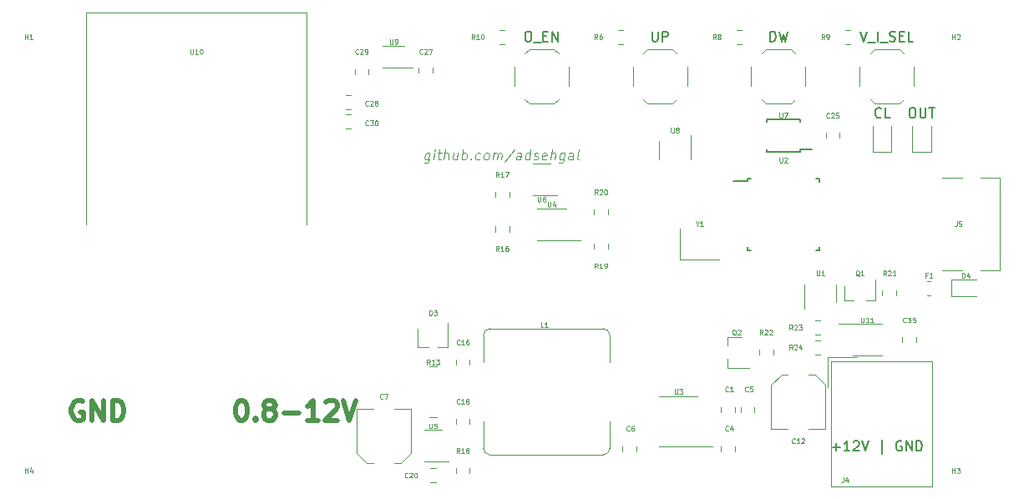
<source format=gbr>
%TF.GenerationSoftware,KiCad,Pcbnew,(5.99.0-2671-gfc0a358ba)*%
%TF.CreationDate,2020-08-29T02:36:00+05:30*%
%TF.ProjectId,Power_Supply,506f7765-725f-4537-9570-706c792e6b69,rev?*%
%TF.SameCoordinates,Original*%
%TF.FileFunction,Legend,Top*%
%TF.FilePolarity,Positive*%
%FSLAX46Y46*%
G04 Gerber Fmt 4.6, Leading zero omitted, Abs format (unit mm)*
G04 Created by KiCad (PCBNEW (5.99.0-2671-gfc0a358ba)) date 2020-08-29 02:36:00*
%MOMM*%
%LPD*%
G01*
G04 APERTURE LIST*
%ADD10C,0.075000*%
%ADD11C,0.500000*%
%ADD12C,0.150000*%
%ADD13C,0.100000*%
%ADD14C,0.120000*%
G04 APERTURE END LIST*
D10*
X55655327Y-26785714D02*
X55554136Y-27595238D01*
X55494613Y-27690476D01*
X55441041Y-27738095D01*
X55339851Y-27785714D01*
X55196994Y-27785714D01*
X55107708Y-27738095D01*
X55577946Y-27404761D02*
X55476755Y-27452380D01*
X55286279Y-27452380D01*
X55196994Y-27404761D01*
X55155327Y-27357142D01*
X55119613Y-27261904D01*
X55155327Y-26976190D01*
X55214851Y-26880952D01*
X55268422Y-26833333D01*
X55369613Y-26785714D01*
X55560089Y-26785714D01*
X55649375Y-26833333D01*
X56048184Y-27452380D02*
X56131517Y-26785714D01*
X56173184Y-26452380D02*
X56119613Y-26500000D01*
X56161279Y-26547619D01*
X56214851Y-26500000D01*
X56173184Y-26452380D01*
X56161279Y-26547619D01*
X56464851Y-26785714D02*
X56845803Y-26785714D01*
X56649375Y-26452380D02*
X56542232Y-27309523D01*
X56577946Y-27404761D01*
X56667232Y-27452380D01*
X56762470Y-27452380D01*
X57095803Y-27452380D02*
X57220803Y-26452380D01*
X57524375Y-27452380D02*
X57589851Y-26928571D01*
X57554136Y-26833333D01*
X57464851Y-26785714D01*
X57321994Y-26785714D01*
X57220803Y-26833333D01*
X57167232Y-26880952D01*
X58512470Y-26785714D02*
X58429136Y-27452380D01*
X58083898Y-26785714D02*
X58018422Y-27309523D01*
X58054136Y-27404761D01*
X58143422Y-27452380D01*
X58286279Y-27452380D01*
X58387470Y-27404761D01*
X58441041Y-27357142D01*
X58905327Y-27452380D02*
X59030327Y-26452380D01*
X58982708Y-26833333D02*
X59083898Y-26785714D01*
X59274375Y-26785714D01*
X59363660Y-26833333D01*
X59405327Y-26880952D01*
X59441041Y-26976190D01*
X59405327Y-27261904D01*
X59345803Y-27357142D01*
X59292232Y-27404761D01*
X59191041Y-27452380D01*
X59000565Y-27452380D01*
X58911279Y-27404761D01*
X59821994Y-27357142D02*
X59863660Y-27404761D01*
X59810089Y-27452380D01*
X59768422Y-27404761D01*
X59821994Y-27357142D01*
X59810089Y-27452380D01*
X60720803Y-27404761D02*
X60619613Y-27452380D01*
X60429136Y-27452380D01*
X60339851Y-27404761D01*
X60298184Y-27357142D01*
X60262470Y-27261904D01*
X60298184Y-26976190D01*
X60357708Y-26880952D01*
X60411279Y-26833333D01*
X60512470Y-26785714D01*
X60702946Y-26785714D01*
X60792232Y-26833333D01*
X61286279Y-27452380D02*
X61196994Y-27404761D01*
X61155327Y-27357142D01*
X61119613Y-27261904D01*
X61155327Y-26976190D01*
X61214851Y-26880952D01*
X61268422Y-26833333D01*
X61369613Y-26785714D01*
X61512470Y-26785714D01*
X61601755Y-26833333D01*
X61643422Y-26880952D01*
X61679136Y-26976190D01*
X61643422Y-27261904D01*
X61583898Y-27357142D01*
X61530327Y-27404761D01*
X61429136Y-27452380D01*
X61286279Y-27452380D01*
X62048184Y-27452380D02*
X62131517Y-26785714D01*
X62119613Y-26880952D02*
X62173184Y-26833333D01*
X62274375Y-26785714D01*
X62417232Y-26785714D01*
X62506517Y-26833333D01*
X62542232Y-26928571D01*
X62476755Y-27452380D01*
X62542232Y-26928571D02*
X62601755Y-26833333D01*
X62702946Y-26785714D01*
X62845803Y-26785714D01*
X62935089Y-26833333D01*
X62970803Y-26928571D01*
X62905327Y-27452380D01*
X64226755Y-26404761D02*
X63208898Y-27690476D01*
X64857708Y-27452380D02*
X64923184Y-26928571D01*
X64887470Y-26833333D01*
X64798184Y-26785714D01*
X64607708Y-26785714D01*
X64506517Y-26833333D01*
X64863660Y-27404761D02*
X64762470Y-27452380D01*
X64524375Y-27452380D01*
X64435089Y-27404761D01*
X64399375Y-27309523D01*
X64411279Y-27214285D01*
X64470803Y-27119047D01*
X64571994Y-27071428D01*
X64810089Y-27071428D01*
X64911279Y-27023809D01*
X65762470Y-27452380D02*
X65887470Y-26452380D01*
X65768422Y-27404761D02*
X65667232Y-27452380D01*
X65476755Y-27452380D01*
X65387470Y-27404761D01*
X65345803Y-27357142D01*
X65310089Y-27261904D01*
X65345803Y-26976190D01*
X65405327Y-26880952D01*
X65458898Y-26833333D01*
X65560089Y-26785714D01*
X65750565Y-26785714D01*
X65839851Y-26833333D01*
X66196994Y-27404761D02*
X66286279Y-27452380D01*
X66476755Y-27452380D01*
X66577946Y-27404761D01*
X66637470Y-27309523D01*
X66643422Y-27261904D01*
X66607708Y-27166666D01*
X66518422Y-27119047D01*
X66375565Y-27119047D01*
X66286279Y-27071428D01*
X66250565Y-26976190D01*
X66256517Y-26928571D01*
X66316041Y-26833333D01*
X66417232Y-26785714D01*
X66560089Y-26785714D01*
X66649375Y-26833333D01*
X67435089Y-27404761D02*
X67333898Y-27452380D01*
X67143422Y-27452380D01*
X67054136Y-27404761D01*
X67018422Y-27309523D01*
X67066041Y-26928571D01*
X67125565Y-26833333D01*
X67226755Y-26785714D01*
X67417232Y-26785714D01*
X67506517Y-26833333D01*
X67542232Y-26928571D01*
X67530327Y-27023809D01*
X67042232Y-27119047D01*
X67905327Y-27452380D02*
X68030327Y-26452380D01*
X68333898Y-27452380D02*
X68399375Y-26928571D01*
X68363660Y-26833333D01*
X68274375Y-26785714D01*
X68131517Y-26785714D01*
X68030327Y-26833333D01*
X67976755Y-26880952D01*
X69321994Y-26785714D02*
X69220803Y-27595238D01*
X69161279Y-27690476D01*
X69107708Y-27738095D01*
X69006517Y-27785714D01*
X68863660Y-27785714D01*
X68774375Y-27738095D01*
X69244613Y-27404761D02*
X69143422Y-27452380D01*
X68952946Y-27452380D01*
X68863660Y-27404761D01*
X68821994Y-27357142D01*
X68786279Y-27261904D01*
X68821994Y-26976190D01*
X68881517Y-26880952D01*
X68935089Y-26833333D01*
X69036279Y-26785714D01*
X69226755Y-26785714D01*
X69316041Y-26833333D01*
X70143422Y-27452380D02*
X70208898Y-26928571D01*
X70173184Y-26833333D01*
X70083898Y-26785714D01*
X69893422Y-26785714D01*
X69792232Y-26833333D01*
X70149375Y-27404761D02*
X70048184Y-27452380D01*
X69810089Y-27452380D01*
X69720803Y-27404761D01*
X69685089Y-27309523D01*
X69696994Y-27214285D01*
X69756517Y-27119047D01*
X69857708Y-27071428D01*
X70095803Y-27071428D01*
X70196994Y-27023809D01*
X70762470Y-27452380D02*
X70673184Y-27404761D01*
X70637470Y-27309523D01*
X70744613Y-26452380D01*
D11*
X36476190Y-51904761D02*
X36666666Y-51904761D01*
X36857142Y-52000000D01*
X36952380Y-52095238D01*
X37047619Y-52285714D01*
X37142857Y-52666666D01*
X37142857Y-53142857D01*
X37047619Y-53523809D01*
X36952380Y-53714285D01*
X36857142Y-53809523D01*
X36666666Y-53904761D01*
X36476190Y-53904761D01*
X36285714Y-53809523D01*
X36190476Y-53714285D01*
X36095238Y-53523809D01*
X36000000Y-53142857D01*
X36000000Y-52666666D01*
X36095238Y-52285714D01*
X36190476Y-52095238D01*
X36285714Y-52000000D01*
X36476190Y-51904761D01*
X38000000Y-53714285D02*
X38095238Y-53809523D01*
X38000000Y-53904761D01*
X37904761Y-53809523D01*
X38000000Y-53714285D01*
X38000000Y-53904761D01*
X39238095Y-52761904D02*
X39047619Y-52666666D01*
X38952380Y-52571428D01*
X38857142Y-52380952D01*
X38857142Y-52285714D01*
X38952380Y-52095238D01*
X39047619Y-52000000D01*
X39238095Y-51904761D01*
X39619047Y-51904761D01*
X39809523Y-52000000D01*
X39904761Y-52095238D01*
X40000000Y-52285714D01*
X40000000Y-52380952D01*
X39904761Y-52571428D01*
X39809523Y-52666666D01*
X39619047Y-52761904D01*
X39238095Y-52761904D01*
X39047619Y-52857142D01*
X38952380Y-52952380D01*
X38857142Y-53142857D01*
X38857142Y-53523809D01*
X38952380Y-53714285D01*
X39047619Y-53809523D01*
X39238095Y-53904761D01*
X39619047Y-53904761D01*
X39809523Y-53809523D01*
X39904761Y-53714285D01*
X40000000Y-53523809D01*
X40000000Y-53142857D01*
X39904761Y-52952380D01*
X39809523Y-52857142D01*
X39619047Y-52761904D01*
X40857142Y-53142857D02*
X42380952Y-53142857D01*
X44380952Y-53904761D02*
X43238095Y-53904761D01*
X43809523Y-53904761D02*
X43809523Y-51904761D01*
X43619047Y-52190476D01*
X43428571Y-52380952D01*
X43238095Y-52476190D01*
X45142857Y-52095238D02*
X45238095Y-52000000D01*
X45428571Y-51904761D01*
X45904761Y-51904761D01*
X46095238Y-52000000D01*
X46190476Y-52095238D01*
X46285714Y-52285714D01*
X46285714Y-52476190D01*
X46190476Y-52761904D01*
X45047619Y-53904761D01*
X46285714Y-53904761D01*
X46857142Y-51904761D02*
X47523809Y-53904761D01*
X48190476Y-51904761D01*
X20476190Y-52000000D02*
X20285714Y-51904761D01*
X20000000Y-51904761D01*
X19714285Y-52000000D01*
X19523809Y-52190476D01*
X19428571Y-52380952D01*
X19333333Y-52761904D01*
X19333333Y-53047619D01*
X19428571Y-53428571D01*
X19523809Y-53619047D01*
X19714285Y-53809523D01*
X20000000Y-53904761D01*
X20190476Y-53904761D01*
X20476190Y-53809523D01*
X20571428Y-53714285D01*
X20571428Y-53047619D01*
X20190476Y-53047619D01*
X21428571Y-53904761D02*
X21428571Y-51904761D01*
X22571428Y-53904761D01*
X22571428Y-51904761D01*
X23523809Y-53904761D02*
X23523809Y-51904761D01*
X24000000Y-51904761D01*
X24285714Y-52000000D01*
X24476190Y-52190476D01*
X24571428Y-52380952D01*
X24666666Y-52761904D01*
X24666666Y-53047619D01*
X24571428Y-53428571D01*
X24476190Y-53619047D01*
X24285714Y-53809523D01*
X24000000Y-53904761D01*
X23523809Y-53904761D01*
D12*
X96476190Y-56618928D02*
X97238095Y-56618928D01*
X96857142Y-56999880D02*
X96857142Y-56237976D01*
X98238095Y-56999880D02*
X97666666Y-56999880D01*
X97952380Y-56999880D02*
X97952380Y-55999880D01*
X97857142Y-56142738D01*
X97761904Y-56237976D01*
X97666666Y-56285595D01*
X98619047Y-56095119D02*
X98666666Y-56047500D01*
X98761904Y-55999880D01*
X99000000Y-55999880D01*
X99095238Y-56047500D01*
X99142857Y-56095119D01*
X99190476Y-56190357D01*
X99190476Y-56285595D01*
X99142857Y-56428452D01*
X98571428Y-56999880D01*
X99190476Y-56999880D01*
X99476190Y-55999880D02*
X99809523Y-56999880D01*
X100142857Y-55999880D01*
X101476190Y-57333214D02*
X101476190Y-55904642D01*
X103476190Y-56047500D02*
X103380952Y-55999880D01*
X103238095Y-55999880D01*
X103095238Y-56047500D01*
X103000000Y-56142738D01*
X102952380Y-56237976D01*
X102904761Y-56428452D01*
X102904761Y-56571309D01*
X102952380Y-56761785D01*
X103000000Y-56857023D01*
X103095238Y-56952261D01*
X103238095Y-56999880D01*
X103333333Y-56999880D01*
X103476190Y-56952261D01*
X103523809Y-56904642D01*
X103523809Y-56571309D01*
X103333333Y-56571309D01*
X103952380Y-56999880D02*
X103952380Y-55999880D01*
X104523809Y-56999880D01*
X104523809Y-55999880D01*
X105000000Y-56999880D02*
X105000000Y-55999880D01*
X105238095Y-55999880D01*
X105380952Y-56047500D01*
X105476190Y-56142738D01*
X105523809Y-56237976D01*
X105571428Y-56428452D01*
X105571428Y-56571309D01*
X105523809Y-56761785D01*
X105476190Y-56857023D01*
X105380952Y-56952261D01*
X105238095Y-56999880D01*
X105000000Y-56999880D01*
D13*
%TO.C,H3*%
X108619047Y-59226190D02*
X108619047Y-58726190D01*
X108619047Y-58964285D02*
X108904761Y-58964285D01*
X108904761Y-59226190D02*
X108904761Y-58726190D01*
X109095238Y-58726190D02*
X109404761Y-58726190D01*
X109238095Y-58916666D01*
X109309523Y-58916666D01*
X109357142Y-58940476D01*
X109380952Y-58964285D01*
X109404761Y-59011904D01*
X109404761Y-59130952D01*
X109380952Y-59178571D01*
X109357142Y-59202380D01*
X109309523Y-59226190D01*
X109166666Y-59226190D01*
X109119047Y-59202380D01*
X109095238Y-59178571D01*
%TO.C,H2*%
X108619047Y-15226190D02*
X108619047Y-14726190D01*
X108619047Y-14964285D02*
X108904761Y-14964285D01*
X108904761Y-15226190D02*
X108904761Y-14726190D01*
X109119047Y-14773809D02*
X109142857Y-14750000D01*
X109190476Y-14726190D01*
X109309523Y-14726190D01*
X109357142Y-14750000D01*
X109380952Y-14773809D01*
X109404761Y-14821428D01*
X109404761Y-14869047D01*
X109380952Y-14940476D01*
X109095238Y-15226190D01*
X109404761Y-15226190D01*
%TO.C,C27*%
X54928571Y-16678571D02*
X54904761Y-16702380D01*
X54833333Y-16726190D01*
X54785714Y-16726190D01*
X54714285Y-16702380D01*
X54666666Y-16654761D01*
X54642857Y-16607142D01*
X54619047Y-16511904D01*
X54619047Y-16440476D01*
X54642857Y-16345238D01*
X54666666Y-16297619D01*
X54714285Y-16250000D01*
X54785714Y-16226190D01*
X54833333Y-16226190D01*
X54904761Y-16250000D01*
X54928571Y-16273809D01*
X55119047Y-16273809D02*
X55142857Y-16250000D01*
X55190476Y-16226190D01*
X55309523Y-16226190D01*
X55357142Y-16250000D01*
X55380952Y-16273809D01*
X55404761Y-16321428D01*
X55404761Y-16369047D01*
X55380952Y-16440476D01*
X55095238Y-16726190D01*
X55404761Y-16726190D01*
X55571428Y-16226190D02*
X55904761Y-16226190D01*
X55690476Y-16726190D01*
%TO.C,C29*%
X48428571Y-16678571D02*
X48404761Y-16702380D01*
X48333333Y-16726190D01*
X48285714Y-16726190D01*
X48214285Y-16702380D01*
X48166666Y-16654761D01*
X48142857Y-16607142D01*
X48119047Y-16511904D01*
X48119047Y-16440476D01*
X48142857Y-16345238D01*
X48166666Y-16297619D01*
X48214285Y-16250000D01*
X48285714Y-16226190D01*
X48333333Y-16226190D01*
X48404761Y-16250000D01*
X48428571Y-16273809D01*
X48619047Y-16273809D02*
X48642857Y-16250000D01*
X48690476Y-16226190D01*
X48809523Y-16226190D01*
X48857142Y-16250000D01*
X48880952Y-16273809D01*
X48904761Y-16321428D01*
X48904761Y-16369047D01*
X48880952Y-16440476D01*
X48595238Y-16726190D01*
X48904761Y-16726190D01*
X49142857Y-16726190D02*
X49238095Y-16726190D01*
X49285714Y-16702380D01*
X49309523Y-16678571D01*
X49357142Y-16607142D01*
X49380952Y-16511904D01*
X49380952Y-16321428D01*
X49357142Y-16273809D01*
X49333333Y-16250000D01*
X49285714Y-16226190D01*
X49190476Y-16226190D01*
X49142857Y-16250000D01*
X49119047Y-16273809D01*
X49095238Y-16321428D01*
X49095238Y-16440476D01*
X49119047Y-16488095D01*
X49142857Y-16511904D01*
X49190476Y-16535714D01*
X49285714Y-16535714D01*
X49333333Y-16511904D01*
X49357142Y-16488095D01*
X49380952Y-16440476D01*
%TO.C,R20*%
X72678571Y-30976190D02*
X72511904Y-30738095D01*
X72392857Y-30976190D02*
X72392857Y-30476190D01*
X72583333Y-30476190D01*
X72630952Y-30500000D01*
X72654761Y-30523809D01*
X72678571Y-30571428D01*
X72678571Y-30642857D01*
X72654761Y-30690476D01*
X72630952Y-30714285D01*
X72583333Y-30738095D01*
X72392857Y-30738095D01*
X72869047Y-30523809D02*
X72892857Y-30500000D01*
X72940476Y-30476190D01*
X73059523Y-30476190D01*
X73107142Y-30500000D01*
X73130952Y-30523809D01*
X73154761Y-30571428D01*
X73154761Y-30619047D01*
X73130952Y-30690476D01*
X72845238Y-30976190D01*
X73154761Y-30976190D01*
X73464285Y-30476190D02*
X73511904Y-30476190D01*
X73559523Y-30500000D01*
X73583333Y-30523809D01*
X73607142Y-30571428D01*
X73630952Y-30666666D01*
X73630952Y-30785714D01*
X73607142Y-30880952D01*
X73583333Y-30928571D01*
X73559523Y-30952380D01*
X73511904Y-30976190D01*
X73464285Y-30976190D01*
X73416666Y-30952380D01*
X73392857Y-30928571D01*
X73369047Y-30880952D01*
X73345238Y-30785714D01*
X73345238Y-30666666D01*
X73369047Y-30571428D01*
X73392857Y-30523809D01*
X73416666Y-30500000D01*
X73464285Y-30476190D01*
%TO.C,C6*%
X75916666Y-54928571D02*
X75892857Y-54952380D01*
X75821428Y-54976190D01*
X75773809Y-54976190D01*
X75702380Y-54952380D01*
X75654761Y-54904761D01*
X75630952Y-54857142D01*
X75607142Y-54761904D01*
X75607142Y-54690476D01*
X75630952Y-54595238D01*
X75654761Y-54547619D01*
X75702380Y-54500000D01*
X75773809Y-54476190D01*
X75821428Y-54476190D01*
X75892857Y-54500000D01*
X75916666Y-54523809D01*
X76345238Y-54476190D02*
X76250000Y-54476190D01*
X76202380Y-54500000D01*
X76178571Y-54523809D01*
X76130952Y-54595238D01*
X76107142Y-54690476D01*
X76107142Y-54880952D01*
X76130952Y-54928571D01*
X76154761Y-54952380D01*
X76202380Y-54976190D01*
X76297619Y-54976190D01*
X76345238Y-54952380D01*
X76369047Y-54928571D01*
X76392857Y-54880952D01*
X76392857Y-54761904D01*
X76369047Y-54714285D01*
X76345238Y-54690476D01*
X76297619Y-54666666D01*
X76202380Y-54666666D01*
X76154761Y-54690476D01*
X76130952Y-54714285D01*
X76107142Y-54761904D01*
%TO.C,R23*%
X92428571Y-44726190D02*
X92261904Y-44488095D01*
X92142857Y-44726190D02*
X92142857Y-44226190D01*
X92333333Y-44226190D01*
X92380952Y-44250000D01*
X92404761Y-44273809D01*
X92428571Y-44321428D01*
X92428571Y-44392857D01*
X92404761Y-44440476D01*
X92380952Y-44464285D01*
X92333333Y-44488095D01*
X92142857Y-44488095D01*
X92619047Y-44273809D02*
X92642857Y-44250000D01*
X92690476Y-44226190D01*
X92809523Y-44226190D01*
X92857142Y-44250000D01*
X92880952Y-44273809D01*
X92904761Y-44321428D01*
X92904761Y-44369047D01*
X92880952Y-44440476D01*
X92595238Y-44726190D01*
X92904761Y-44726190D01*
X93071428Y-44226190D02*
X93380952Y-44226190D01*
X93214285Y-44416666D01*
X93285714Y-44416666D01*
X93333333Y-44440476D01*
X93357142Y-44464285D01*
X93380952Y-44511904D01*
X93380952Y-44630952D01*
X93357142Y-44678571D01*
X93333333Y-44702380D01*
X93285714Y-44726190D01*
X93142857Y-44726190D01*
X93095238Y-44702380D01*
X93071428Y-44678571D01*
%TO.C,J4*%
X97583333Y-59726190D02*
X97583333Y-60083333D01*
X97559523Y-60154761D01*
X97511904Y-60202380D01*
X97440476Y-60226190D01*
X97392857Y-60226190D01*
X98035714Y-59892857D02*
X98035714Y-60226190D01*
X97916666Y-59702380D02*
X97797619Y-60059523D01*
X98107142Y-60059523D01*
%TO.C,R16*%
X62678571Y-36726190D02*
X62511904Y-36488095D01*
X62392857Y-36726190D02*
X62392857Y-36226190D01*
X62583333Y-36226190D01*
X62630952Y-36250000D01*
X62654761Y-36273809D01*
X62678571Y-36321428D01*
X62678571Y-36392857D01*
X62654761Y-36440476D01*
X62630952Y-36464285D01*
X62583333Y-36488095D01*
X62392857Y-36488095D01*
X63154761Y-36726190D02*
X62869047Y-36726190D01*
X63011904Y-36726190D02*
X63011904Y-36226190D01*
X62964285Y-36297619D01*
X62916666Y-36345238D01*
X62869047Y-36369047D01*
X63583333Y-36226190D02*
X63488095Y-36226190D01*
X63440476Y-36250000D01*
X63416666Y-36273809D01*
X63369047Y-36345238D01*
X63345238Y-36440476D01*
X63345238Y-36630952D01*
X63369047Y-36678571D01*
X63392857Y-36702380D01*
X63440476Y-36726190D01*
X63535714Y-36726190D01*
X63583333Y-36702380D01*
X63607142Y-36678571D01*
X63630952Y-36630952D01*
X63630952Y-36511904D01*
X63607142Y-36464285D01*
X63583333Y-36440476D01*
X63535714Y-36416666D01*
X63440476Y-36416666D01*
X63392857Y-36440476D01*
X63369047Y-36464285D01*
X63345238Y-36511904D01*
%TO.C,C18*%
X58678571Y-52178571D02*
X58654761Y-52202380D01*
X58583333Y-52226190D01*
X58535714Y-52226190D01*
X58464285Y-52202380D01*
X58416666Y-52154761D01*
X58392857Y-52107142D01*
X58369047Y-52011904D01*
X58369047Y-51940476D01*
X58392857Y-51845238D01*
X58416666Y-51797619D01*
X58464285Y-51750000D01*
X58535714Y-51726190D01*
X58583333Y-51726190D01*
X58654761Y-51750000D01*
X58678571Y-51773809D01*
X59154761Y-52226190D02*
X58869047Y-52226190D01*
X59011904Y-52226190D02*
X59011904Y-51726190D01*
X58964285Y-51797619D01*
X58916666Y-51845238D01*
X58869047Y-51869047D01*
X59440476Y-51940476D02*
X59392857Y-51916666D01*
X59369047Y-51892857D01*
X59345238Y-51845238D01*
X59345238Y-51821428D01*
X59369047Y-51773809D01*
X59392857Y-51750000D01*
X59440476Y-51726190D01*
X59535714Y-51726190D01*
X59583333Y-51750000D01*
X59607142Y-51773809D01*
X59630952Y-51821428D01*
X59630952Y-51845238D01*
X59607142Y-51892857D01*
X59583333Y-51916666D01*
X59535714Y-51940476D01*
X59440476Y-51940476D01*
X59392857Y-51964285D01*
X59369047Y-51988095D01*
X59345238Y-52035714D01*
X59345238Y-52130952D01*
X59369047Y-52178571D01*
X59392857Y-52202380D01*
X59440476Y-52226190D01*
X59535714Y-52226190D01*
X59583333Y-52202380D01*
X59607142Y-52178571D01*
X59630952Y-52130952D01*
X59630952Y-52035714D01*
X59607142Y-51988095D01*
X59583333Y-51964285D01*
X59535714Y-51940476D01*
%TO.C,Y1*%
X82761904Y-33988095D02*
X82761904Y-34226190D01*
X82595238Y-33726190D02*
X82761904Y-33988095D01*
X82928571Y-33726190D01*
X83357142Y-34226190D02*
X83071428Y-34226190D01*
X83214285Y-34226190D02*
X83214285Y-33726190D01*
X83166666Y-33797619D01*
X83119047Y-33845238D01*
X83071428Y-33869047D01*
%TO.C,U4*%
X67619047Y-31726190D02*
X67619047Y-32130952D01*
X67642857Y-32178571D01*
X67666666Y-32202380D01*
X67714285Y-32226190D01*
X67809523Y-32226190D01*
X67857142Y-32202380D01*
X67880952Y-32178571D01*
X67904761Y-32130952D01*
X67904761Y-31726190D01*
X68357142Y-31892857D02*
X68357142Y-32226190D01*
X68238095Y-31702380D02*
X68119047Y-32059523D01*
X68428571Y-32059523D01*
%TO.C,U2*%
X91119047Y-27226190D02*
X91119047Y-27630952D01*
X91142857Y-27678571D01*
X91166666Y-27702380D01*
X91214285Y-27726190D01*
X91309523Y-27726190D01*
X91357142Y-27702380D01*
X91380952Y-27678571D01*
X91404761Y-27630952D01*
X91404761Y-27226190D01*
X91619047Y-27273809D02*
X91642857Y-27250000D01*
X91690476Y-27226190D01*
X91809523Y-27226190D01*
X91857142Y-27250000D01*
X91880952Y-27273809D01*
X91904761Y-27321428D01*
X91904761Y-27369047D01*
X91880952Y-27440476D01*
X91595238Y-27726190D01*
X91904761Y-27726190D01*
%TO.C,C28*%
X49428571Y-21928571D02*
X49404761Y-21952380D01*
X49333333Y-21976190D01*
X49285714Y-21976190D01*
X49214285Y-21952380D01*
X49166666Y-21904761D01*
X49142857Y-21857142D01*
X49119047Y-21761904D01*
X49119047Y-21690476D01*
X49142857Y-21595238D01*
X49166666Y-21547619D01*
X49214285Y-21500000D01*
X49285714Y-21476190D01*
X49333333Y-21476190D01*
X49404761Y-21500000D01*
X49428571Y-21523809D01*
X49619047Y-21523809D02*
X49642857Y-21500000D01*
X49690476Y-21476190D01*
X49809523Y-21476190D01*
X49857142Y-21500000D01*
X49880952Y-21523809D01*
X49904761Y-21571428D01*
X49904761Y-21619047D01*
X49880952Y-21690476D01*
X49595238Y-21976190D01*
X49904761Y-21976190D01*
X50190476Y-21690476D02*
X50142857Y-21666666D01*
X50119047Y-21642857D01*
X50095238Y-21595238D01*
X50095238Y-21571428D01*
X50119047Y-21523809D01*
X50142857Y-21500000D01*
X50190476Y-21476190D01*
X50285714Y-21476190D01*
X50333333Y-21500000D01*
X50357142Y-21523809D01*
X50380952Y-21571428D01*
X50380952Y-21595238D01*
X50357142Y-21642857D01*
X50333333Y-21666666D01*
X50285714Y-21690476D01*
X50190476Y-21690476D01*
X50142857Y-21714285D01*
X50119047Y-21738095D01*
X50095238Y-21785714D01*
X50095238Y-21880952D01*
X50119047Y-21928571D01*
X50142857Y-21952380D01*
X50190476Y-21976190D01*
X50285714Y-21976190D01*
X50333333Y-21952380D01*
X50357142Y-21928571D01*
X50380952Y-21880952D01*
X50380952Y-21785714D01*
X50357142Y-21738095D01*
X50333333Y-21714285D01*
X50285714Y-21690476D01*
%TO.C,Q2*%
X86702380Y-45273809D02*
X86654761Y-45250000D01*
X86607142Y-45202380D01*
X86535714Y-45130952D01*
X86488095Y-45107142D01*
X86440476Y-45107142D01*
X86464285Y-45226190D02*
X86416666Y-45202380D01*
X86369047Y-45154761D01*
X86345238Y-45059523D01*
X86345238Y-44892857D01*
X86369047Y-44797619D01*
X86416666Y-44750000D01*
X86464285Y-44726190D01*
X86559523Y-44726190D01*
X86607142Y-44750000D01*
X86654761Y-44797619D01*
X86678571Y-44892857D01*
X86678571Y-45059523D01*
X86654761Y-45154761D01*
X86607142Y-45202380D01*
X86559523Y-45226190D01*
X86464285Y-45226190D01*
X86869047Y-44773809D02*
X86892857Y-44750000D01*
X86940476Y-44726190D01*
X87059523Y-44726190D01*
X87107142Y-44750000D01*
X87130952Y-44773809D01*
X87154761Y-44821428D01*
X87154761Y-44869047D01*
X87130952Y-44940476D01*
X86845238Y-45226190D01*
X87154761Y-45226190D01*
%TO.C,C4*%
X85916666Y-54928571D02*
X85892857Y-54952380D01*
X85821428Y-54976190D01*
X85773809Y-54976190D01*
X85702380Y-54952380D01*
X85654761Y-54904761D01*
X85630952Y-54857142D01*
X85607142Y-54761904D01*
X85607142Y-54690476D01*
X85630952Y-54595238D01*
X85654761Y-54547619D01*
X85702380Y-54500000D01*
X85773809Y-54476190D01*
X85821428Y-54476190D01*
X85892857Y-54500000D01*
X85916666Y-54523809D01*
X86345238Y-54642857D02*
X86345238Y-54976190D01*
X86226190Y-54452380D02*
X86107142Y-54809523D01*
X86416666Y-54809523D01*
D12*
%TO.C,SW2*%
X90166666Y-15452380D02*
X90166666Y-14452380D01*
X90404761Y-14452380D01*
X90547619Y-14500000D01*
X90642857Y-14595238D01*
X90690476Y-14690476D01*
X90738095Y-14880952D01*
X90738095Y-15023809D01*
X90690476Y-15214285D01*
X90642857Y-15309523D01*
X90547619Y-15404761D01*
X90404761Y-15452380D01*
X90166666Y-15452380D01*
X91071428Y-14452380D02*
X91309523Y-15452380D01*
X91500000Y-14738095D01*
X91690476Y-15452380D01*
X91928571Y-14452380D01*
D13*
%TO.C,D4*%
X109630952Y-39476190D02*
X109630952Y-38976190D01*
X109750000Y-38976190D01*
X109821428Y-39000000D01*
X109869047Y-39047619D01*
X109892857Y-39095238D01*
X109916666Y-39190476D01*
X109916666Y-39261904D01*
X109892857Y-39357142D01*
X109869047Y-39404761D01*
X109821428Y-39452380D01*
X109750000Y-39476190D01*
X109630952Y-39476190D01*
X110345238Y-39142857D02*
X110345238Y-39476190D01*
X110226190Y-38952380D02*
X110107142Y-39309523D01*
X110416666Y-39309523D01*
%TO.C,R21*%
X101928571Y-39226190D02*
X101761904Y-38988095D01*
X101642857Y-39226190D02*
X101642857Y-38726190D01*
X101833333Y-38726190D01*
X101880952Y-38750000D01*
X101904761Y-38773809D01*
X101928571Y-38821428D01*
X101928571Y-38892857D01*
X101904761Y-38940476D01*
X101880952Y-38964285D01*
X101833333Y-38988095D01*
X101642857Y-38988095D01*
X102119047Y-38773809D02*
X102142857Y-38750000D01*
X102190476Y-38726190D01*
X102309523Y-38726190D01*
X102357142Y-38750000D01*
X102380952Y-38773809D01*
X102404761Y-38821428D01*
X102404761Y-38869047D01*
X102380952Y-38940476D01*
X102095238Y-39226190D01*
X102404761Y-39226190D01*
X102880952Y-39226190D02*
X102595238Y-39226190D01*
X102738095Y-39226190D02*
X102738095Y-38726190D01*
X102690476Y-38797619D01*
X102642857Y-38845238D01*
X102595238Y-38869047D01*
%TO.C,R13*%
X55678571Y-48226190D02*
X55511904Y-47988095D01*
X55392857Y-48226190D02*
X55392857Y-47726190D01*
X55583333Y-47726190D01*
X55630952Y-47750000D01*
X55654761Y-47773809D01*
X55678571Y-47821428D01*
X55678571Y-47892857D01*
X55654761Y-47940476D01*
X55630952Y-47964285D01*
X55583333Y-47988095D01*
X55392857Y-47988095D01*
X56154761Y-48226190D02*
X55869047Y-48226190D01*
X56011904Y-48226190D02*
X56011904Y-47726190D01*
X55964285Y-47797619D01*
X55916666Y-47845238D01*
X55869047Y-47869047D01*
X56321428Y-47726190D02*
X56630952Y-47726190D01*
X56464285Y-47916666D01*
X56535714Y-47916666D01*
X56583333Y-47940476D01*
X56607142Y-47964285D01*
X56630952Y-48011904D01*
X56630952Y-48130952D01*
X56607142Y-48178571D01*
X56583333Y-48202380D01*
X56535714Y-48226190D01*
X56392857Y-48226190D01*
X56345238Y-48202380D01*
X56321428Y-48178571D01*
%TO.C,R10*%
X60178571Y-15226190D02*
X60011904Y-14988095D01*
X59892857Y-15226190D02*
X59892857Y-14726190D01*
X60083333Y-14726190D01*
X60130952Y-14750000D01*
X60154761Y-14773809D01*
X60178571Y-14821428D01*
X60178571Y-14892857D01*
X60154761Y-14940476D01*
X60130952Y-14964285D01*
X60083333Y-14988095D01*
X59892857Y-14988095D01*
X60654761Y-15226190D02*
X60369047Y-15226190D01*
X60511904Y-15226190D02*
X60511904Y-14726190D01*
X60464285Y-14797619D01*
X60416666Y-14845238D01*
X60369047Y-14869047D01*
X60964285Y-14726190D02*
X61011904Y-14726190D01*
X61059523Y-14750000D01*
X61083333Y-14773809D01*
X61107142Y-14821428D01*
X61130952Y-14916666D01*
X61130952Y-15035714D01*
X61107142Y-15130952D01*
X61083333Y-15178571D01*
X61059523Y-15202380D01*
X61011904Y-15226190D01*
X60964285Y-15226190D01*
X60916666Y-15202380D01*
X60892857Y-15178571D01*
X60869047Y-15130952D01*
X60845238Y-15035714D01*
X60845238Y-14916666D01*
X60869047Y-14821428D01*
X60892857Y-14773809D01*
X60916666Y-14750000D01*
X60964285Y-14726190D01*
%TO.C,C1*%
X85916666Y-50928571D02*
X85892857Y-50952380D01*
X85821428Y-50976190D01*
X85773809Y-50976190D01*
X85702380Y-50952380D01*
X85654761Y-50904761D01*
X85630952Y-50857142D01*
X85607142Y-50761904D01*
X85607142Y-50690476D01*
X85630952Y-50595238D01*
X85654761Y-50547619D01*
X85702380Y-50500000D01*
X85773809Y-50476190D01*
X85821428Y-50476190D01*
X85892857Y-50500000D01*
X85916666Y-50523809D01*
X86392857Y-50976190D02*
X86107142Y-50976190D01*
X86250000Y-50976190D02*
X86250000Y-50476190D01*
X86202380Y-50547619D01*
X86154761Y-50595238D01*
X86107142Y-50619047D01*
%TO.C,C20*%
X53428571Y-59678571D02*
X53404761Y-59702380D01*
X53333333Y-59726190D01*
X53285714Y-59726190D01*
X53214285Y-59702380D01*
X53166666Y-59654761D01*
X53142857Y-59607142D01*
X53119047Y-59511904D01*
X53119047Y-59440476D01*
X53142857Y-59345238D01*
X53166666Y-59297619D01*
X53214285Y-59250000D01*
X53285714Y-59226190D01*
X53333333Y-59226190D01*
X53404761Y-59250000D01*
X53428571Y-59273809D01*
X53619047Y-59273809D02*
X53642857Y-59250000D01*
X53690476Y-59226190D01*
X53809523Y-59226190D01*
X53857142Y-59250000D01*
X53880952Y-59273809D01*
X53904761Y-59321428D01*
X53904761Y-59369047D01*
X53880952Y-59440476D01*
X53595238Y-59726190D01*
X53904761Y-59726190D01*
X54214285Y-59226190D02*
X54261904Y-59226190D01*
X54309523Y-59250000D01*
X54333333Y-59273809D01*
X54357142Y-59321428D01*
X54380952Y-59416666D01*
X54380952Y-59535714D01*
X54357142Y-59630952D01*
X54333333Y-59678571D01*
X54309523Y-59702380D01*
X54261904Y-59726190D01*
X54214285Y-59726190D01*
X54166666Y-59702380D01*
X54142857Y-59678571D01*
X54119047Y-59630952D01*
X54095238Y-59535714D01*
X54095238Y-59416666D01*
X54119047Y-59321428D01*
X54142857Y-59273809D01*
X54166666Y-59250000D01*
X54214285Y-59226190D01*
%TO.C,R6*%
X72666666Y-15226190D02*
X72500000Y-14988095D01*
X72380952Y-15226190D02*
X72380952Y-14726190D01*
X72571428Y-14726190D01*
X72619047Y-14750000D01*
X72642857Y-14773809D01*
X72666666Y-14821428D01*
X72666666Y-14892857D01*
X72642857Y-14940476D01*
X72619047Y-14964285D01*
X72571428Y-14988095D01*
X72380952Y-14988095D01*
X73095238Y-14726190D02*
X73000000Y-14726190D01*
X72952380Y-14750000D01*
X72928571Y-14773809D01*
X72880952Y-14845238D01*
X72857142Y-14940476D01*
X72857142Y-15130952D01*
X72880952Y-15178571D01*
X72904761Y-15202380D01*
X72952380Y-15226190D01*
X73047619Y-15226190D01*
X73095238Y-15202380D01*
X73119047Y-15178571D01*
X73142857Y-15130952D01*
X73142857Y-15011904D01*
X73119047Y-14964285D01*
X73095238Y-14940476D01*
X73047619Y-14916666D01*
X72952380Y-14916666D01*
X72904761Y-14940476D01*
X72880952Y-14964285D01*
X72857142Y-15011904D01*
D12*
%TO.C,SW1*%
X78214285Y-14452380D02*
X78214285Y-15261904D01*
X78261904Y-15357142D01*
X78309523Y-15404761D01*
X78404761Y-15452380D01*
X78595238Y-15452380D01*
X78690476Y-15404761D01*
X78738095Y-15357142D01*
X78785714Y-15261904D01*
X78785714Y-14452380D01*
X79261904Y-15452380D02*
X79261904Y-14452380D01*
X79642857Y-14452380D01*
X79738095Y-14500000D01*
X79785714Y-14547619D01*
X79833333Y-14642857D01*
X79833333Y-14785714D01*
X79785714Y-14880952D01*
X79738095Y-14928571D01*
X79642857Y-14976190D01*
X79261904Y-14976190D01*
D13*
%TO.C,R18*%
X58678571Y-57226190D02*
X58511904Y-56988095D01*
X58392857Y-57226190D02*
X58392857Y-56726190D01*
X58583333Y-56726190D01*
X58630952Y-56750000D01*
X58654761Y-56773809D01*
X58678571Y-56821428D01*
X58678571Y-56892857D01*
X58654761Y-56940476D01*
X58630952Y-56964285D01*
X58583333Y-56988095D01*
X58392857Y-56988095D01*
X59154761Y-57226190D02*
X58869047Y-57226190D01*
X59011904Y-57226190D02*
X59011904Y-56726190D01*
X58964285Y-56797619D01*
X58916666Y-56845238D01*
X58869047Y-56869047D01*
X59440476Y-56940476D02*
X59392857Y-56916666D01*
X59369047Y-56892857D01*
X59345238Y-56845238D01*
X59345238Y-56821428D01*
X59369047Y-56773809D01*
X59392857Y-56750000D01*
X59440476Y-56726190D01*
X59535714Y-56726190D01*
X59583333Y-56750000D01*
X59607142Y-56773809D01*
X59630952Y-56821428D01*
X59630952Y-56845238D01*
X59607142Y-56892857D01*
X59583333Y-56916666D01*
X59535714Y-56940476D01*
X59440476Y-56940476D01*
X59392857Y-56964285D01*
X59369047Y-56988095D01*
X59345238Y-57035714D01*
X59345238Y-57130952D01*
X59369047Y-57178571D01*
X59392857Y-57202380D01*
X59440476Y-57226190D01*
X59535714Y-57226190D01*
X59583333Y-57202380D01*
X59607142Y-57178571D01*
X59630952Y-57130952D01*
X59630952Y-57035714D01*
X59607142Y-56988095D01*
X59583333Y-56964285D01*
X59535714Y-56940476D01*
%TO.C,U9*%
X51619047Y-15226190D02*
X51619047Y-15630952D01*
X51642857Y-15678571D01*
X51666666Y-15702380D01*
X51714285Y-15726190D01*
X51809523Y-15726190D01*
X51857142Y-15702380D01*
X51880952Y-15678571D01*
X51904761Y-15630952D01*
X51904761Y-15226190D01*
X52166666Y-15726190D02*
X52261904Y-15726190D01*
X52309523Y-15702380D01*
X52333333Y-15678571D01*
X52380952Y-15607142D01*
X52404761Y-15511904D01*
X52404761Y-15321428D01*
X52380952Y-15273809D01*
X52357142Y-15250000D01*
X52309523Y-15226190D01*
X52214285Y-15226190D01*
X52166666Y-15250000D01*
X52142857Y-15273809D01*
X52119047Y-15321428D01*
X52119047Y-15440476D01*
X52142857Y-15488095D01*
X52166666Y-15511904D01*
X52214285Y-15535714D01*
X52309523Y-15535714D01*
X52357142Y-15511904D01*
X52380952Y-15488095D01*
X52404761Y-15440476D01*
%TO.C,C7*%
X50916666Y-51678571D02*
X50892857Y-51702380D01*
X50821428Y-51726190D01*
X50773809Y-51726190D01*
X50702380Y-51702380D01*
X50654761Y-51654761D01*
X50630952Y-51607142D01*
X50607142Y-51511904D01*
X50607142Y-51440476D01*
X50630952Y-51345238D01*
X50654761Y-51297619D01*
X50702380Y-51250000D01*
X50773809Y-51226190D01*
X50821428Y-51226190D01*
X50892857Y-51250000D01*
X50916666Y-51273809D01*
X51083333Y-51226190D02*
X51416666Y-51226190D01*
X51202380Y-51726190D01*
%TO.C,C35*%
X103928571Y-43928571D02*
X103904761Y-43952380D01*
X103833333Y-43976190D01*
X103785714Y-43976190D01*
X103714285Y-43952380D01*
X103666666Y-43904761D01*
X103642857Y-43857142D01*
X103619047Y-43761904D01*
X103619047Y-43690476D01*
X103642857Y-43595238D01*
X103666666Y-43547619D01*
X103714285Y-43500000D01*
X103785714Y-43476190D01*
X103833333Y-43476190D01*
X103904761Y-43500000D01*
X103928571Y-43523809D01*
X104095238Y-43476190D02*
X104404761Y-43476190D01*
X104238095Y-43666666D01*
X104309523Y-43666666D01*
X104357142Y-43690476D01*
X104380952Y-43714285D01*
X104404761Y-43761904D01*
X104404761Y-43880952D01*
X104380952Y-43928571D01*
X104357142Y-43952380D01*
X104309523Y-43976190D01*
X104166666Y-43976190D01*
X104119047Y-43952380D01*
X104095238Y-43928571D01*
X104857142Y-43476190D02*
X104619047Y-43476190D01*
X104595238Y-43714285D01*
X104619047Y-43690476D01*
X104666666Y-43666666D01*
X104785714Y-43666666D01*
X104833333Y-43690476D01*
X104857142Y-43714285D01*
X104880952Y-43761904D01*
X104880952Y-43880952D01*
X104857142Y-43928571D01*
X104833333Y-43952380D01*
X104785714Y-43976190D01*
X104666666Y-43976190D01*
X104619047Y-43952380D01*
X104595238Y-43928571D01*
%TO.C,U10*%
X31380952Y-16226190D02*
X31380952Y-16630952D01*
X31404761Y-16678571D01*
X31428571Y-16702380D01*
X31476190Y-16726190D01*
X31571428Y-16726190D01*
X31619047Y-16702380D01*
X31642857Y-16678571D01*
X31666666Y-16630952D01*
X31666666Y-16226190D01*
X32166666Y-16726190D02*
X31880952Y-16726190D01*
X32023809Y-16726190D02*
X32023809Y-16226190D01*
X31976190Y-16297619D01*
X31928571Y-16345238D01*
X31880952Y-16369047D01*
X32476190Y-16226190D02*
X32523809Y-16226190D01*
X32571428Y-16250000D01*
X32595238Y-16273809D01*
X32619047Y-16321428D01*
X32642857Y-16416666D01*
X32642857Y-16535714D01*
X32619047Y-16630952D01*
X32595238Y-16678571D01*
X32571428Y-16702380D01*
X32523809Y-16726190D01*
X32476190Y-16726190D01*
X32428571Y-16702380D01*
X32404761Y-16678571D01*
X32380952Y-16630952D01*
X32357142Y-16535714D01*
X32357142Y-16416666D01*
X32380952Y-16321428D01*
X32404761Y-16273809D01*
X32428571Y-16250000D01*
X32476190Y-16226190D01*
%TO.C,H4*%
X14619047Y-59226190D02*
X14619047Y-58726190D01*
X14619047Y-58964285D02*
X14904761Y-58964285D01*
X14904761Y-59226190D02*
X14904761Y-58726190D01*
X15357142Y-58892857D02*
X15357142Y-59226190D01*
X15238095Y-58702380D02*
X15119047Y-59059523D01*
X15428571Y-59059523D01*
%TO.C,R8*%
X84666666Y-15226190D02*
X84500000Y-14988095D01*
X84380952Y-15226190D02*
X84380952Y-14726190D01*
X84571428Y-14726190D01*
X84619047Y-14750000D01*
X84642857Y-14773809D01*
X84666666Y-14821428D01*
X84666666Y-14892857D01*
X84642857Y-14940476D01*
X84619047Y-14964285D01*
X84571428Y-14988095D01*
X84380952Y-14988095D01*
X84952380Y-14940476D02*
X84904761Y-14916666D01*
X84880952Y-14892857D01*
X84857142Y-14845238D01*
X84857142Y-14821428D01*
X84880952Y-14773809D01*
X84904761Y-14750000D01*
X84952380Y-14726190D01*
X85047619Y-14726190D01*
X85095238Y-14750000D01*
X85119047Y-14773809D01*
X85142857Y-14821428D01*
X85142857Y-14845238D01*
X85119047Y-14892857D01*
X85095238Y-14916666D01*
X85047619Y-14940476D01*
X84952380Y-14940476D01*
X84904761Y-14964285D01*
X84880952Y-14988095D01*
X84857142Y-15035714D01*
X84857142Y-15130952D01*
X84880952Y-15178571D01*
X84904761Y-15202380D01*
X84952380Y-15226190D01*
X85047619Y-15226190D01*
X85095238Y-15202380D01*
X85119047Y-15178571D01*
X85142857Y-15130952D01*
X85142857Y-15035714D01*
X85119047Y-14988095D01*
X85095238Y-14964285D01*
X85047619Y-14940476D01*
D12*
%TO.C,SW3*%
X99333333Y-14452380D02*
X99666666Y-15452380D01*
X100000000Y-14452380D01*
X100095238Y-15547619D02*
X100857142Y-15547619D01*
X101095238Y-15452380D02*
X101095238Y-14452380D01*
X101333333Y-15547619D02*
X102095238Y-15547619D01*
X102285714Y-15404761D02*
X102428571Y-15452380D01*
X102666666Y-15452380D01*
X102761904Y-15404761D01*
X102809523Y-15357142D01*
X102857142Y-15261904D01*
X102857142Y-15166666D01*
X102809523Y-15071428D01*
X102761904Y-15023809D01*
X102666666Y-14976190D01*
X102476190Y-14928571D01*
X102380952Y-14880952D01*
X102333333Y-14833333D01*
X102285714Y-14738095D01*
X102285714Y-14642857D01*
X102333333Y-14547619D01*
X102380952Y-14500000D01*
X102476190Y-14452380D01*
X102714285Y-14452380D01*
X102857142Y-14500000D01*
X103285714Y-14928571D02*
X103619047Y-14928571D01*
X103761904Y-15452380D02*
X103285714Y-15452380D01*
X103285714Y-14452380D01*
X103761904Y-14452380D01*
X104666666Y-15452380D02*
X104190476Y-15452380D01*
X104190476Y-14452380D01*
D13*
%TO.C,U7*%
X91119047Y-22726190D02*
X91119047Y-23130952D01*
X91142857Y-23178571D01*
X91166666Y-23202380D01*
X91214285Y-23226190D01*
X91309523Y-23226190D01*
X91357142Y-23202380D01*
X91380952Y-23178571D01*
X91404761Y-23130952D01*
X91404761Y-22726190D01*
X91595238Y-22726190D02*
X91928571Y-22726190D01*
X91714285Y-23226190D01*
%TO.C,J5*%
X109083333Y-33726190D02*
X109083333Y-34083333D01*
X109059523Y-34154761D01*
X109011904Y-34202380D01*
X108940476Y-34226190D01*
X108892857Y-34226190D01*
X109559523Y-33726190D02*
X109321428Y-33726190D01*
X109297619Y-33964285D01*
X109321428Y-33940476D01*
X109369047Y-33916666D01*
X109488095Y-33916666D01*
X109535714Y-33940476D01*
X109559523Y-33964285D01*
X109583333Y-34011904D01*
X109583333Y-34130952D01*
X109559523Y-34178571D01*
X109535714Y-34202380D01*
X109488095Y-34226190D01*
X109369047Y-34226190D01*
X109321428Y-34202380D01*
X109297619Y-34178571D01*
%TO.C,H1*%
X14619047Y-15226190D02*
X14619047Y-14726190D01*
X14619047Y-14964285D02*
X14904761Y-14964285D01*
X14904761Y-15226190D02*
X14904761Y-14726190D01*
X15404761Y-15226190D02*
X15119047Y-15226190D01*
X15261904Y-15226190D02*
X15261904Y-14726190D01*
X15214285Y-14797619D01*
X15166666Y-14845238D01*
X15119047Y-14869047D01*
%TO.C,C12*%
X92678571Y-56178571D02*
X92654761Y-56202380D01*
X92583333Y-56226190D01*
X92535714Y-56226190D01*
X92464285Y-56202380D01*
X92416666Y-56154761D01*
X92392857Y-56107142D01*
X92369047Y-56011904D01*
X92369047Y-55940476D01*
X92392857Y-55845238D01*
X92416666Y-55797619D01*
X92464285Y-55750000D01*
X92535714Y-55726190D01*
X92583333Y-55726190D01*
X92654761Y-55750000D01*
X92678571Y-55773809D01*
X93154761Y-56226190D02*
X92869047Y-56226190D01*
X93011904Y-56226190D02*
X93011904Y-55726190D01*
X92964285Y-55797619D01*
X92916666Y-55845238D01*
X92869047Y-55869047D01*
X93345238Y-55773809D02*
X93369047Y-55750000D01*
X93416666Y-55726190D01*
X93535714Y-55726190D01*
X93583333Y-55750000D01*
X93607142Y-55773809D01*
X93630952Y-55821428D01*
X93630952Y-55869047D01*
X93607142Y-55940476D01*
X93321428Y-56226190D01*
X93630952Y-56226190D01*
%TO.C,R19*%
X72678571Y-38476190D02*
X72511904Y-38238095D01*
X72392857Y-38476190D02*
X72392857Y-37976190D01*
X72583333Y-37976190D01*
X72630952Y-38000000D01*
X72654761Y-38023809D01*
X72678571Y-38071428D01*
X72678571Y-38142857D01*
X72654761Y-38190476D01*
X72630952Y-38214285D01*
X72583333Y-38238095D01*
X72392857Y-38238095D01*
X73154761Y-38476190D02*
X72869047Y-38476190D01*
X73011904Y-38476190D02*
X73011904Y-37976190D01*
X72964285Y-38047619D01*
X72916666Y-38095238D01*
X72869047Y-38119047D01*
X73392857Y-38476190D02*
X73488095Y-38476190D01*
X73535714Y-38452380D01*
X73559523Y-38428571D01*
X73607142Y-38357142D01*
X73630952Y-38261904D01*
X73630952Y-38071428D01*
X73607142Y-38023809D01*
X73583333Y-38000000D01*
X73535714Y-37976190D01*
X73440476Y-37976190D01*
X73392857Y-38000000D01*
X73369047Y-38023809D01*
X73345238Y-38071428D01*
X73345238Y-38190476D01*
X73369047Y-38238095D01*
X73392857Y-38261904D01*
X73440476Y-38285714D01*
X73535714Y-38285714D01*
X73583333Y-38261904D01*
X73607142Y-38238095D01*
X73630952Y-38190476D01*
%TO.C,L1*%
X67166666Y-44476190D02*
X66928571Y-44476190D01*
X66928571Y-43976190D01*
X67595238Y-44476190D02*
X67309523Y-44476190D01*
X67452380Y-44476190D02*
X67452380Y-43976190D01*
X67404761Y-44047619D01*
X67357142Y-44095238D01*
X67309523Y-44119047D01*
%TO.C,F1*%
X106083333Y-39214285D02*
X105916666Y-39214285D01*
X105916666Y-39476190D02*
X105916666Y-38976190D01*
X106154761Y-38976190D01*
X106607142Y-39476190D02*
X106321428Y-39476190D01*
X106464285Y-39476190D02*
X106464285Y-38976190D01*
X106416666Y-39047619D01*
X106369047Y-39095238D01*
X106321428Y-39119047D01*
%TO.C,C25*%
X96178571Y-23178571D02*
X96154761Y-23202380D01*
X96083333Y-23226190D01*
X96035714Y-23226190D01*
X95964285Y-23202380D01*
X95916666Y-23154761D01*
X95892857Y-23107142D01*
X95869047Y-23011904D01*
X95869047Y-22940476D01*
X95892857Y-22845238D01*
X95916666Y-22797619D01*
X95964285Y-22750000D01*
X96035714Y-22726190D01*
X96083333Y-22726190D01*
X96154761Y-22750000D01*
X96178571Y-22773809D01*
X96369047Y-22773809D02*
X96392857Y-22750000D01*
X96440476Y-22726190D01*
X96559523Y-22726190D01*
X96607142Y-22750000D01*
X96630952Y-22773809D01*
X96654761Y-22821428D01*
X96654761Y-22869047D01*
X96630952Y-22940476D01*
X96345238Y-23226190D01*
X96654761Y-23226190D01*
X97107142Y-22726190D02*
X96869047Y-22726190D01*
X96845238Y-22964285D01*
X96869047Y-22940476D01*
X96916666Y-22916666D01*
X97035714Y-22916666D01*
X97083333Y-22940476D01*
X97107142Y-22964285D01*
X97130952Y-23011904D01*
X97130952Y-23130952D01*
X97107142Y-23178571D01*
X97083333Y-23202380D01*
X97035714Y-23226190D01*
X96916666Y-23226190D01*
X96869047Y-23202380D01*
X96845238Y-23178571D01*
D12*
%TO.C,SW4*%
X65547619Y-14452380D02*
X65738095Y-14452380D01*
X65833333Y-14500000D01*
X65928571Y-14595238D01*
X65976190Y-14785714D01*
X65976190Y-15119047D01*
X65928571Y-15309523D01*
X65833333Y-15404761D01*
X65738095Y-15452380D01*
X65547619Y-15452380D01*
X65452380Y-15404761D01*
X65357142Y-15309523D01*
X65309523Y-15119047D01*
X65309523Y-14785714D01*
X65357142Y-14595238D01*
X65452380Y-14500000D01*
X65547619Y-14452380D01*
X66166666Y-15547619D02*
X66928571Y-15547619D01*
X67166666Y-14928571D02*
X67500000Y-14928571D01*
X67642857Y-15452380D02*
X67166666Y-15452380D01*
X67166666Y-14452380D01*
X67642857Y-14452380D01*
X68071428Y-15452380D02*
X68071428Y-14452380D01*
X68642857Y-15452380D01*
X68642857Y-14452380D01*
%TO.C,D1*%
X101404761Y-23107142D02*
X101357142Y-23154761D01*
X101214285Y-23202380D01*
X101119047Y-23202380D01*
X100976190Y-23154761D01*
X100880952Y-23059523D01*
X100833333Y-22964285D01*
X100785714Y-22773809D01*
X100785714Y-22630952D01*
X100833333Y-22440476D01*
X100880952Y-22345238D01*
X100976190Y-22250000D01*
X101119047Y-22202380D01*
X101214285Y-22202380D01*
X101357142Y-22250000D01*
X101404761Y-22297619D01*
X102309523Y-23202380D02*
X101833333Y-23202380D01*
X101833333Y-22202380D01*
D13*
%TO.C,Q1*%
X99202380Y-39273809D02*
X99154761Y-39250000D01*
X99107142Y-39202380D01*
X99035714Y-39130952D01*
X98988095Y-39107142D01*
X98940476Y-39107142D01*
X98964285Y-39226190D02*
X98916666Y-39202380D01*
X98869047Y-39154761D01*
X98845238Y-39059523D01*
X98845238Y-38892857D01*
X98869047Y-38797619D01*
X98916666Y-38750000D01*
X98964285Y-38726190D01*
X99059523Y-38726190D01*
X99107142Y-38750000D01*
X99154761Y-38797619D01*
X99178571Y-38892857D01*
X99178571Y-39059523D01*
X99154761Y-39154761D01*
X99107142Y-39202380D01*
X99059523Y-39226190D01*
X98964285Y-39226190D01*
X99654761Y-39226190D02*
X99369047Y-39226190D01*
X99511904Y-39226190D02*
X99511904Y-38726190D01*
X99464285Y-38797619D01*
X99416666Y-38845238D01*
X99369047Y-38869047D01*
%TO.C,U11*%
X99380952Y-43476190D02*
X99380952Y-43880952D01*
X99404761Y-43928571D01*
X99428571Y-43952380D01*
X99476190Y-43976190D01*
X99571428Y-43976190D01*
X99619047Y-43952380D01*
X99642857Y-43928571D01*
X99666666Y-43880952D01*
X99666666Y-43476190D01*
X100166666Y-43976190D02*
X99880952Y-43976190D01*
X100023809Y-43976190D02*
X100023809Y-43476190D01*
X99976190Y-43547619D01*
X99928571Y-43595238D01*
X99880952Y-43619047D01*
X100642857Y-43976190D02*
X100357142Y-43976190D01*
X100500000Y-43976190D02*
X100500000Y-43476190D01*
X100452380Y-43547619D01*
X100404761Y-43595238D01*
X100357142Y-43619047D01*
%TO.C,C5*%
X87916666Y-50928571D02*
X87892857Y-50952380D01*
X87821428Y-50976190D01*
X87773809Y-50976190D01*
X87702380Y-50952380D01*
X87654761Y-50904761D01*
X87630952Y-50857142D01*
X87607142Y-50761904D01*
X87607142Y-50690476D01*
X87630952Y-50595238D01*
X87654761Y-50547619D01*
X87702380Y-50500000D01*
X87773809Y-50476190D01*
X87821428Y-50476190D01*
X87892857Y-50500000D01*
X87916666Y-50523809D01*
X88369047Y-50476190D02*
X88130952Y-50476190D01*
X88107142Y-50714285D01*
X88130952Y-50690476D01*
X88178571Y-50666666D01*
X88297619Y-50666666D01*
X88345238Y-50690476D01*
X88369047Y-50714285D01*
X88392857Y-50761904D01*
X88392857Y-50880952D01*
X88369047Y-50928571D01*
X88345238Y-50952380D01*
X88297619Y-50976190D01*
X88178571Y-50976190D01*
X88130952Y-50952380D01*
X88107142Y-50928571D01*
%TO.C,U6*%
X66619047Y-31226190D02*
X66619047Y-31630952D01*
X66642857Y-31678571D01*
X66666666Y-31702380D01*
X66714285Y-31726190D01*
X66809523Y-31726190D01*
X66857142Y-31702380D01*
X66880952Y-31678571D01*
X66904761Y-31630952D01*
X66904761Y-31226190D01*
X67357142Y-31226190D02*
X67261904Y-31226190D01*
X67214285Y-31250000D01*
X67190476Y-31273809D01*
X67142857Y-31345238D01*
X67119047Y-31440476D01*
X67119047Y-31630952D01*
X67142857Y-31678571D01*
X67166666Y-31702380D01*
X67214285Y-31726190D01*
X67309523Y-31726190D01*
X67357142Y-31702380D01*
X67380952Y-31678571D01*
X67404761Y-31630952D01*
X67404761Y-31511904D01*
X67380952Y-31464285D01*
X67357142Y-31440476D01*
X67309523Y-31416666D01*
X67214285Y-31416666D01*
X67166666Y-31440476D01*
X67142857Y-31464285D01*
X67119047Y-31511904D01*
%TO.C,U3*%
X80489047Y-50726190D02*
X80489047Y-51130952D01*
X80512857Y-51178571D01*
X80536666Y-51202380D01*
X80584285Y-51226190D01*
X80679523Y-51226190D01*
X80727142Y-51202380D01*
X80750952Y-51178571D01*
X80774761Y-51130952D01*
X80774761Y-50726190D01*
X80965238Y-50726190D02*
X81274761Y-50726190D01*
X81108095Y-50916666D01*
X81179523Y-50916666D01*
X81227142Y-50940476D01*
X81250952Y-50964285D01*
X81274761Y-51011904D01*
X81274761Y-51130952D01*
X81250952Y-51178571D01*
X81227142Y-51202380D01*
X81179523Y-51226190D01*
X81036666Y-51226190D01*
X80989047Y-51202380D01*
X80965238Y-51178571D01*
%TO.C,U5*%
X55619047Y-54226190D02*
X55619047Y-54630952D01*
X55642857Y-54678571D01*
X55666666Y-54702380D01*
X55714285Y-54726190D01*
X55809523Y-54726190D01*
X55857142Y-54702380D01*
X55880952Y-54678571D01*
X55904761Y-54630952D01*
X55904761Y-54226190D01*
X56380952Y-54226190D02*
X56142857Y-54226190D01*
X56119047Y-54464285D01*
X56142857Y-54440476D01*
X56190476Y-54416666D01*
X56309523Y-54416666D01*
X56357142Y-54440476D01*
X56380952Y-54464285D01*
X56404761Y-54511904D01*
X56404761Y-54630952D01*
X56380952Y-54678571D01*
X56357142Y-54702380D01*
X56309523Y-54726190D01*
X56190476Y-54726190D01*
X56142857Y-54702380D01*
X56119047Y-54678571D01*
%TO.C,C30*%
X49428571Y-23928571D02*
X49404761Y-23952380D01*
X49333333Y-23976190D01*
X49285714Y-23976190D01*
X49214285Y-23952380D01*
X49166666Y-23904761D01*
X49142857Y-23857142D01*
X49119047Y-23761904D01*
X49119047Y-23690476D01*
X49142857Y-23595238D01*
X49166666Y-23547619D01*
X49214285Y-23500000D01*
X49285714Y-23476190D01*
X49333333Y-23476190D01*
X49404761Y-23500000D01*
X49428571Y-23523809D01*
X49595238Y-23476190D02*
X49904761Y-23476190D01*
X49738095Y-23666666D01*
X49809523Y-23666666D01*
X49857142Y-23690476D01*
X49880952Y-23714285D01*
X49904761Y-23761904D01*
X49904761Y-23880952D01*
X49880952Y-23928571D01*
X49857142Y-23952380D01*
X49809523Y-23976190D01*
X49666666Y-23976190D01*
X49619047Y-23952380D01*
X49595238Y-23928571D01*
X50214285Y-23476190D02*
X50261904Y-23476190D01*
X50309523Y-23500000D01*
X50333333Y-23523809D01*
X50357142Y-23571428D01*
X50380952Y-23666666D01*
X50380952Y-23785714D01*
X50357142Y-23880952D01*
X50333333Y-23928571D01*
X50309523Y-23952380D01*
X50261904Y-23976190D01*
X50214285Y-23976190D01*
X50166666Y-23952380D01*
X50142857Y-23928571D01*
X50119047Y-23880952D01*
X50095238Y-23785714D01*
X50095238Y-23666666D01*
X50119047Y-23571428D01*
X50142857Y-23523809D01*
X50166666Y-23500000D01*
X50214285Y-23476190D01*
%TO.C,U8*%
X80119047Y-24226190D02*
X80119047Y-24630952D01*
X80142857Y-24678571D01*
X80166666Y-24702380D01*
X80214285Y-24726190D01*
X80309523Y-24726190D01*
X80357142Y-24702380D01*
X80380952Y-24678571D01*
X80404761Y-24630952D01*
X80404761Y-24226190D01*
X80714285Y-24440476D02*
X80666666Y-24416666D01*
X80642857Y-24392857D01*
X80619047Y-24345238D01*
X80619047Y-24321428D01*
X80642857Y-24273809D01*
X80666666Y-24250000D01*
X80714285Y-24226190D01*
X80809523Y-24226190D01*
X80857142Y-24250000D01*
X80880952Y-24273809D01*
X80904761Y-24321428D01*
X80904761Y-24345238D01*
X80880952Y-24392857D01*
X80857142Y-24416666D01*
X80809523Y-24440476D01*
X80714285Y-24440476D01*
X80666666Y-24464285D01*
X80642857Y-24488095D01*
X80619047Y-24535714D01*
X80619047Y-24630952D01*
X80642857Y-24678571D01*
X80666666Y-24702380D01*
X80714285Y-24726190D01*
X80809523Y-24726190D01*
X80857142Y-24702380D01*
X80880952Y-24678571D01*
X80904761Y-24630952D01*
X80904761Y-24535714D01*
X80880952Y-24488095D01*
X80857142Y-24464285D01*
X80809523Y-24440476D01*
D12*
%TO.C,D2*%
X104500000Y-22202380D02*
X104690476Y-22202380D01*
X104785714Y-22250000D01*
X104880952Y-22345238D01*
X104928571Y-22535714D01*
X104928571Y-22869047D01*
X104880952Y-23059523D01*
X104785714Y-23154761D01*
X104690476Y-23202380D01*
X104500000Y-23202380D01*
X104404761Y-23154761D01*
X104309523Y-23059523D01*
X104261904Y-22869047D01*
X104261904Y-22535714D01*
X104309523Y-22345238D01*
X104404761Y-22250000D01*
X104500000Y-22202380D01*
X105357142Y-22202380D02*
X105357142Y-23011904D01*
X105404761Y-23107142D01*
X105452380Y-23154761D01*
X105547619Y-23202380D01*
X105738095Y-23202380D01*
X105833333Y-23154761D01*
X105880952Y-23107142D01*
X105928571Y-23011904D01*
X105928571Y-22202380D01*
X106261904Y-22202380D02*
X106833333Y-22202380D01*
X106547619Y-23202380D02*
X106547619Y-22202380D01*
D13*
%TO.C,U1*%
X94869047Y-38726190D02*
X94869047Y-39130952D01*
X94892857Y-39178571D01*
X94916666Y-39202380D01*
X94964285Y-39226190D01*
X95059523Y-39226190D01*
X95107142Y-39202380D01*
X95130952Y-39178571D01*
X95154761Y-39130952D01*
X95154761Y-38726190D01*
X95654761Y-39226190D02*
X95369047Y-39226190D01*
X95511904Y-39226190D02*
X95511904Y-38726190D01*
X95464285Y-38797619D01*
X95416666Y-38845238D01*
X95369047Y-38869047D01*
%TO.C,R24*%
X92428571Y-46726190D02*
X92261904Y-46488095D01*
X92142857Y-46726190D02*
X92142857Y-46226190D01*
X92333333Y-46226190D01*
X92380952Y-46250000D01*
X92404761Y-46273809D01*
X92428571Y-46321428D01*
X92428571Y-46392857D01*
X92404761Y-46440476D01*
X92380952Y-46464285D01*
X92333333Y-46488095D01*
X92142857Y-46488095D01*
X92619047Y-46273809D02*
X92642857Y-46250000D01*
X92690476Y-46226190D01*
X92809523Y-46226190D01*
X92857142Y-46250000D01*
X92880952Y-46273809D01*
X92904761Y-46321428D01*
X92904761Y-46369047D01*
X92880952Y-46440476D01*
X92595238Y-46726190D01*
X92904761Y-46726190D01*
X93333333Y-46392857D02*
X93333333Y-46726190D01*
X93214285Y-46202380D02*
X93095238Y-46559523D01*
X93404761Y-46559523D01*
%TO.C,R9*%
X95666666Y-15226190D02*
X95500000Y-14988095D01*
X95380952Y-15226190D02*
X95380952Y-14726190D01*
X95571428Y-14726190D01*
X95619047Y-14750000D01*
X95642857Y-14773809D01*
X95666666Y-14821428D01*
X95666666Y-14892857D01*
X95642857Y-14940476D01*
X95619047Y-14964285D01*
X95571428Y-14988095D01*
X95380952Y-14988095D01*
X95904761Y-15226190D02*
X96000000Y-15226190D01*
X96047619Y-15202380D01*
X96071428Y-15178571D01*
X96119047Y-15107142D01*
X96142857Y-15011904D01*
X96142857Y-14821428D01*
X96119047Y-14773809D01*
X96095238Y-14750000D01*
X96047619Y-14726190D01*
X95952380Y-14726190D01*
X95904761Y-14750000D01*
X95880952Y-14773809D01*
X95857142Y-14821428D01*
X95857142Y-14940476D01*
X95880952Y-14988095D01*
X95904761Y-15011904D01*
X95952380Y-15035714D01*
X96047619Y-15035714D01*
X96095238Y-15011904D01*
X96119047Y-14988095D01*
X96142857Y-14940476D01*
%TO.C,C16*%
X58678571Y-46178571D02*
X58654761Y-46202380D01*
X58583333Y-46226190D01*
X58535714Y-46226190D01*
X58464285Y-46202380D01*
X58416666Y-46154761D01*
X58392857Y-46107142D01*
X58369047Y-46011904D01*
X58369047Y-45940476D01*
X58392857Y-45845238D01*
X58416666Y-45797619D01*
X58464285Y-45750000D01*
X58535714Y-45726190D01*
X58583333Y-45726190D01*
X58654761Y-45750000D01*
X58678571Y-45773809D01*
X59154761Y-46226190D02*
X58869047Y-46226190D01*
X59011904Y-46226190D02*
X59011904Y-45726190D01*
X58964285Y-45797619D01*
X58916666Y-45845238D01*
X58869047Y-45869047D01*
X59583333Y-45726190D02*
X59488095Y-45726190D01*
X59440476Y-45750000D01*
X59416666Y-45773809D01*
X59369047Y-45845238D01*
X59345238Y-45940476D01*
X59345238Y-46130952D01*
X59369047Y-46178571D01*
X59392857Y-46202380D01*
X59440476Y-46226190D01*
X59535714Y-46226190D01*
X59583333Y-46202380D01*
X59607142Y-46178571D01*
X59630952Y-46130952D01*
X59630952Y-46011904D01*
X59607142Y-45964285D01*
X59583333Y-45940476D01*
X59535714Y-45916666D01*
X59440476Y-45916666D01*
X59392857Y-45940476D01*
X59369047Y-45964285D01*
X59345238Y-46011904D01*
%TO.C,R22*%
X89428571Y-45226190D02*
X89261904Y-44988095D01*
X89142857Y-45226190D02*
X89142857Y-44726190D01*
X89333333Y-44726190D01*
X89380952Y-44750000D01*
X89404761Y-44773809D01*
X89428571Y-44821428D01*
X89428571Y-44892857D01*
X89404761Y-44940476D01*
X89380952Y-44964285D01*
X89333333Y-44988095D01*
X89142857Y-44988095D01*
X89619047Y-44773809D02*
X89642857Y-44750000D01*
X89690476Y-44726190D01*
X89809523Y-44726190D01*
X89857142Y-44750000D01*
X89880952Y-44773809D01*
X89904761Y-44821428D01*
X89904761Y-44869047D01*
X89880952Y-44940476D01*
X89595238Y-45226190D01*
X89904761Y-45226190D01*
X90095238Y-44773809D02*
X90119047Y-44750000D01*
X90166666Y-44726190D01*
X90285714Y-44726190D01*
X90333333Y-44750000D01*
X90357142Y-44773809D01*
X90380952Y-44821428D01*
X90380952Y-44869047D01*
X90357142Y-44940476D01*
X90071428Y-45226190D01*
X90380952Y-45226190D01*
%TO.C,R17*%
X62678571Y-29226190D02*
X62511904Y-28988095D01*
X62392857Y-29226190D02*
X62392857Y-28726190D01*
X62583333Y-28726190D01*
X62630952Y-28750000D01*
X62654761Y-28773809D01*
X62678571Y-28821428D01*
X62678571Y-28892857D01*
X62654761Y-28940476D01*
X62630952Y-28964285D01*
X62583333Y-28988095D01*
X62392857Y-28988095D01*
X63154761Y-29226190D02*
X62869047Y-29226190D01*
X63011904Y-29226190D02*
X63011904Y-28726190D01*
X62964285Y-28797619D01*
X62916666Y-28845238D01*
X62869047Y-28869047D01*
X63321428Y-28726190D02*
X63654761Y-28726190D01*
X63440476Y-29226190D01*
%TO.C,D3*%
X55630952Y-43226190D02*
X55630952Y-42726190D01*
X55750000Y-42726190D01*
X55821428Y-42750000D01*
X55869047Y-42797619D01*
X55892857Y-42845238D01*
X55916666Y-42940476D01*
X55916666Y-43011904D01*
X55892857Y-43107142D01*
X55869047Y-43154761D01*
X55821428Y-43202380D01*
X55750000Y-43226190D01*
X55630952Y-43226190D01*
X56083333Y-42726190D02*
X56392857Y-42726190D01*
X56226190Y-42916666D01*
X56297619Y-42916666D01*
X56345238Y-42940476D01*
X56369047Y-42964285D01*
X56392857Y-43011904D01*
X56392857Y-43130952D01*
X56369047Y-43178571D01*
X56345238Y-43202380D01*
X56297619Y-43226190D01*
X56154761Y-43226190D01*
X56107142Y-43202380D01*
X56083333Y-43178571D01*
D14*
%TO.C,C27*%
X55960000Y-18658578D02*
X55960000Y-18141422D01*
X54540000Y-18658578D02*
X54540000Y-18141422D01*
%TO.C,C29*%
X49460000Y-18758578D02*
X49460000Y-18241422D01*
X48040000Y-18758578D02*
X48040000Y-18241422D01*
%TO.C,R20*%
X73710000Y-33008578D02*
X73710000Y-32491422D01*
X72290000Y-33008578D02*
X72290000Y-32491422D01*
%TO.C,C6*%
X75160000Y-57058578D02*
X75160000Y-56541422D01*
X76580000Y-57058578D02*
X76580000Y-56541422D01*
%TO.C,R23*%
X94741422Y-45210000D02*
X95258578Y-45210000D01*
X94741422Y-43790000D02*
X95258578Y-43790000D01*
%TO.C,J4*%
X96380000Y-47880000D02*
X106620000Y-47880000D01*
X96380000Y-47880000D02*
X96380000Y-60620000D01*
X96380000Y-60620000D02*
X106620000Y-60620000D01*
X96380000Y-47880000D02*
X96380000Y-60620000D01*
X106620000Y-47880000D02*
X106620000Y-60620000D01*
X96000000Y-50500000D02*
X96000000Y-47500000D01*
X96000000Y-47500000D02*
X99000000Y-47500000D01*
X96380000Y-47880000D02*
X106620000Y-47880000D01*
X96380000Y-60620000D02*
X106620000Y-60620000D01*
X106620000Y-47880000D02*
X106620000Y-60620000D01*
%TO.C,R16*%
X62290000Y-34241422D02*
X62290000Y-34758578D01*
X63710000Y-34241422D02*
X63710000Y-34758578D01*
%TO.C,C18*%
X58290000Y-54258578D02*
X58290000Y-53741422D01*
X59710000Y-54258578D02*
X59710000Y-53741422D01*
%TO.C,Y1*%
X81000000Y-37575000D02*
X85000000Y-37575000D01*
X81000000Y-34425000D02*
X81000000Y-37575000D01*
%TO.C,U4*%
X68000000Y-32390000D02*
X69500000Y-32390000D01*
X68000000Y-35610000D02*
X66500000Y-35610000D01*
X68000000Y-32390000D02*
X66500000Y-32390000D01*
X68000000Y-35610000D02*
X70925000Y-35610000D01*
D12*
%TO.C,U2*%
X87875000Y-36625000D02*
X87875000Y-36300000D01*
X95125000Y-29375000D02*
X94800000Y-29375000D01*
X95125000Y-36625000D02*
X95125000Y-36300000D01*
X87875000Y-29375000D02*
X88200000Y-29375000D01*
X87875000Y-29375000D02*
X87875000Y-29600000D01*
X95125000Y-36625000D02*
X94800000Y-36625000D01*
X87875000Y-36625000D02*
X88200000Y-36625000D01*
X87875000Y-29600000D02*
X86450000Y-29600000D01*
X95125000Y-29375000D02*
X95125000Y-29700000D01*
D14*
%TO.C,C28*%
X47658578Y-22310000D02*
X47141422Y-22310000D01*
X47658578Y-20890000D02*
X47141422Y-20890000D01*
%TO.C,Q2*%
X85860000Y-45420000D02*
X87320000Y-45420000D01*
X85860000Y-48580000D02*
X88020000Y-48580000D01*
X85860000Y-48580000D02*
X85860000Y-47650000D01*
X85860000Y-45420000D02*
X85860000Y-46350000D01*
%TO.C,C4*%
X85160000Y-57058578D02*
X85160000Y-56541422D01*
X86580000Y-57058578D02*
X86580000Y-56541422D01*
%TO.C,SW2*%
X89300000Y-21300000D02*
X89750000Y-21750000D01*
X89750000Y-21750000D02*
X92250000Y-21750000D01*
X88250000Y-18000000D02*
X88250000Y-20000000D01*
X92700000Y-16700000D02*
X92250000Y-16250000D01*
X89300000Y-16700000D02*
X89750000Y-16250000D01*
X92700000Y-21300000D02*
X92250000Y-21750000D01*
X89750000Y-16250000D02*
X92250000Y-16250000D01*
X93750000Y-18000000D02*
X93750000Y-20000000D01*
%TO.C,D4*%
X108500000Y-39650000D02*
X108500000Y-41350000D01*
X108500000Y-39650000D02*
X111050000Y-39650000D01*
X108500000Y-41350000D02*
X111050000Y-41350000D01*
%TO.C,R21*%
X101540000Y-40741422D02*
X101540000Y-41258578D01*
X102960000Y-40741422D02*
X102960000Y-41258578D01*
%TO.C,R13*%
X55638748Y-53610000D02*
X56361252Y-53610000D01*
X55638748Y-48390000D02*
X56361252Y-48390000D01*
%TO.C,R10*%
X62741422Y-15710000D02*
X63258578Y-15710000D01*
X62741422Y-14290000D02*
X63258578Y-14290000D01*
%TO.C,C1*%
X86580000Y-52541422D02*
X86580000Y-53058578D01*
X85160000Y-52541422D02*
X85160000Y-53058578D01*
%TO.C,C20*%
X55741422Y-58790000D02*
X56258578Y-58790000D01*
X55741422Y-60210000D02*
X56258578Y-60210000D01*
%TO.C,R6*%
X74741422Y-15710000D02*
X75258578Y-15710000D01*
X74741422Y-14290000D02*
X75258578Y-14290000D01*
%TO.C,SW1*%
X77300000Y-21300000D02*
X77750000Y-21750000D01*
X77750000Y-21750000D02*
X80250000Y-21750000D01*
X76250000Y-18000000D02*
X76250000Y-20000000D01*
X80700000Y-16700000D02*
X80250000Y-16250000D01*
X77300000Y-16700000D02*
X77750000Y-16250000D01*
X80700000Y-21300000D02*
X80250000Y-21750000D01*
X77750000Y-16250000D02*
X80250000Y-16250000D01*
X81750000Y-18000000D02*
X81750000Y-20000000D01*
%TO.C,R18*%
X59710000Y-59258578D02*
X59710000Y-58741422D01*
X58290000Y-59258578D02*
X58290000Y-58741422D01*
%TO.C,U9*%
X50900000Y-15900000D02*
X53100000Y-15900000D01*
X50900000Y-18100000D02*
X53900000Y-18100000D01*
%TO.C,C7*%
X52695563Y-58260000D02*
X53760000Y-57195563D01*
X49304437Y-58260000D02*
X48240000Y-57195563D01*
X53760000Y-57195563D02*
X53760000Y-52740000D01*
X52695563Y-58260000D02*
X52060000Y-58260000D01*
X49304437Y-58260000D02*
X49940000Y-58260000D01*
X48240000Y-57195563D02*
X48240000Y-52740000D01*
X48240000Y-52740000D02*
X49940000Y-52740000D01*
X53760000Y-52740000D02*
X52060000Y-52740000D01*
%TO.C,C35*%
X104960000Y-46008578D02*
X104960000Y-45491422D01*
X103540000Y-46008578D02*
X103540000Y-45491422D01*
%TO.C,U10*%
X43200000Y-12500000D02*
X43200000Y-34000000D01*
X20800000Y-12500096D02*
X43200000Y-12500096D01*
X20800000Y-34000000D02*
X20800000Y-12500000D01*
%TO.C,R8*%
X86741422Y-15710000D02*
X87258578Y-15710000D01*
X86741422Y-14290000D02*
X87258578Y-14290000D01*
%TO.C,SW3*%
X100300000Y-21300000D02*
X100750000Y-21750000D01*
X100750000Y-21750000D02*
X103250000Y-21750000D01*
X99250000Y-18000000D02*
X99250000Y-20000000D01*
X103700000Y-16700000D02*
X103250000Y-16250000D01*
X100300000Y-16700000D02*
X100750000Y-16250000D01*
X103700000Y-21300000D02*
X103250000Y-21750000D01*
X100750000Y-16250000D02*
X103250000Y-16250000D01*
X104750000Y-18000000D02*
X104750000Y-20000000D01*
D12*
%TO.C,U7*%
X93175000Y-23325000D02*
X93175000Y-23625000D01*
X93175000Y-26675000D02*
X89825000Y-26675000D01*
X89825000Y-23325000D02*
X89825000Y-23625000D01*
X93175000Y-26450000D02*
X94400000Y-26450000D01*
X93175000Y-26675000D02*
X93175000Y-26450000D01*
X93175000Y-23325000D02*
X89825000Y-23325000D01*
X89825000Y-26675000D02*
X89825000Y-26375000D01*
D14*
%TO.C,J5*%
X107600000Y-38700000D02*
X109600000Y-38700000D01*
X111500000Y-38700000D02*
X113400000Y-38700000D01*
X113400000Y-38700000D02*
X113400000Y-29300000D01*
X107600000Y-29300000D02*
X109600000Y-29300000D01*
X111500000Y-29300000D02*
X113400000Y-29300000D01*
%TO.C,C12*%
X91304437Y-49240000D02*
X90240000Y-50304437D01*
X94695563Y-49240000D02*
X95760000Y-50304437D01*
X90240000Y-50304437D02*
X90240000Y-54760000D01*
X91304437Y-49240000D02*
X91940000Y-49240000D01*
X94695563Y-49240000D02*
X94060000Y-49240000D01*
X95760000Y-50304437D02*
X95760000Y-54760000D01*
X95760000Y-54760000D02*
X94060000Y-54760000D01*
X90240000Y-54760000D02*
X91940000Y-54760000D01*
%TO.C,R19*%
X73710000Y-36508578D02*
X73710000Y-35991422D01*
X72290000Y-36508578D02*
X72290000Y-35991422D01*
%TO.C,L1*%
X73900000Y-56750000D02*
X73900000Y-54000000D01*
X61100000Y-56750000D02*
X61100000Y-54000000D01*
X61750000Y-44600000D02*
X73250000Y-44600000D01*
X73250000Y-57400000D02*
X61750000Y-57400000D01*
X73900000Y-48000000D02*
X73900000Y-45250000D01*
X61100000Y-48000000D02*
X61100000Y-45250000D01*
X73250000Y-44600000D02*
G75*
G02*
X73900000Y-45250000I0J-650000D01*
G01*
X61750000Y-57400000D02*
G75*
G02*
X61100000Y-56750000I0J650000D01*
G01*
X73900000Y-56750000D02*
G75*
G02*
X73250000Y-57400000I-650000J0D01*
G01*
X61100000Y-45250000D02*
G75*
G02*
X61750000Y-44600000I650000J0D01*
G01*
%TO.C,F1*%
X106395031Y-39790000D02*
X106104969Y-39790000D01*
X106395031Y-41210000D02*
X106104969Y-41210000D01*
%TO.C,C25*%
X97210000Y-25258578D02*
X97210000Y-24741422D01*
X95790000Y-25258578D02*
X95790000Y-24741422D01*
%TO.C,SW4*%
X65300000Y-21300000D02*
X65750000Y-21750000D01*
X65750000Y-21750000D02*
X68250000Y-21750000D01*
X64250000Y-18000000D02*
X64250000Y-20000000D01*
X68700000Y-16700000D02*
X68250000Y-16250000D01*
X65300000Y-16700000D02*
X65750000Y-16250000D01*
X68700000Y-21300000D02*
X68250000Y-21750000D01*
X65750000Y-16250000D02*
X68250000Y-16250000D01*
X69750000Y-18000000D02*
X69750000Y-20000000D01*
%TO.C,D1*%
X100540000Y-26685000D02*
X102460000Y-26685000D01*
X102460000Y-26685000D02*
X102460000Y-24000000D01*
X100540000Y-24000000D02*
X100540000Y-26685000D01*
%TO.C,Q1*%
X97670000Y-41760000D02*
X98600000Y-41760000D01*
X97670000Y-41760000D02*
X97670000Y-40300000D01*
X100830000Y-41760000D02*
X100830000Y-39600000D01*
X100830000Y-41760000D02*
X99900000Y-41760000D01*
%TO.C,U11*%
X100000000Y-44140000D02*
X97075000Y-44140000D01*
X100000000Y-47360000D02*
X98500000Y-47360000D01*
X100000000Y-47360000D02*
X101500000Y-47360000D01*
X100000000Y-44140000D02*
X101500000Y-44140000D01*
%TO.C,C5*%
X88580000Y-52541422D02*
X88580000Y-53058578D01*
X87160000Y-52541422D02*
X87160000Y-53058578D01*
%TO.C,U6*%
X66100000Y-31110000D02*
X68550000Y-31110000D01*
X67900000Y-27890000D02*
X66100000Y-27890000D01*
%TO.C,U3*%
X80870000Y-56560000D02*
X84320000Y-56560000D01*
X80870000Y-56560000D02*
X78920000Y-56560000D01*
X80870000Y-51440000D02*
X78920000Y-51440000D01*
X80870000Y-51440000D02*
X82820000Y-51440000D01*
%TO.C,U5*%
X56900000Y-54890000D02*
X55100000Y-54890000D01*
X55100000Y-58110000D02*
X57550000Y-58110000D01*
%TO.C,C30*%
X47658578Y-24310000D02*
X47141422Y-24310000D01*
X47658578Y-22890000D02*
X47141422Y-22890000D01*
%TO.C,U8*%
X82110000Y-27400000D02*
X82110000Y-24950000D01*
X78890000Y-25600000D02*
X78890000Y-27400000D01*
%TO.C,D2*%
X104540000Y-26685000D02*
X106460000Y-26685000D01*
X106460000Y-26685000D02*
X106460000Y-24000000D01*
X104540000Y-24000000D02*
X104540000Y-26685000D01*
%TO.C,U1*%
X93640000Y-40100000D02*
X93640000Y-42550000D01*
X96860000Y-41900000D02*
X96860000Y-40100000D01*
%TO.C,R24*%
X94741422Y-47210000D02*
X95258578Y-47210000D01*
X94741422Y-45790000D02*
X95258578Y-45790000D01*
%TO.C,R9*%
X97741422Y-15710000D02*
X98258578Y-15710000D01*
X97741422Y-14290000D02*
X98258578Y-14290000D01*
%TO.C,C16*%
X59710000Y-47741422D02*
X59710000Y-48258578D01*
X58290000Y-47741422D02*
X58290000Y-48258578D01*
%TO.C,R22*%
X90460000Y-47258578D02*
X90460000Y-46741422D01*
X89040000Y-47258578D02*
X89040000Y-46741422D01*
%TO.C,R17*%
X62290000Y-30741422D02*
X62290000Y-31258578D01*
X63710000Y-30741422D02*
X63710000Y-31258578D01*
%TO.C,D3*%
X57510000Y-46430000D02*
X57510000Y-44000000D01*
X55500000Y-46450000D02*
X54450000Y-46450000D01*
X54450000Y-46450000D02*
X54450000Y-44600000D01*
X57500000Y-46450000D02*
X56500000Y-46450000D01*
%TD*%
M02*

</source>
